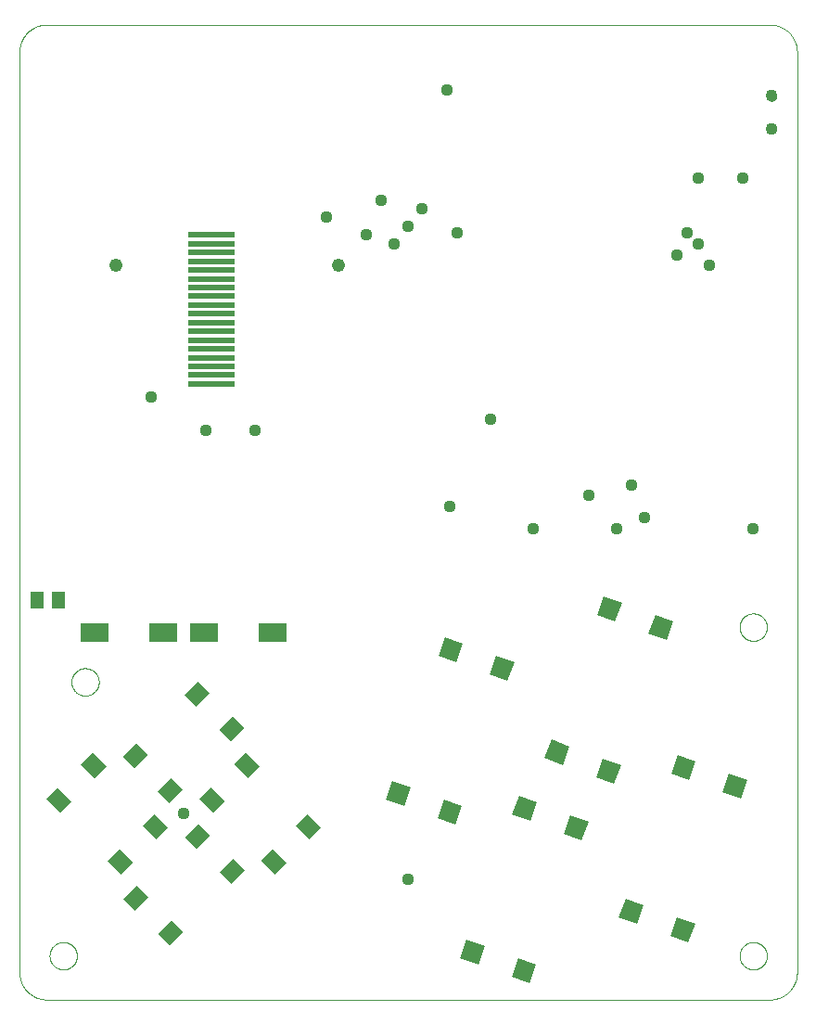
<source format=gts>
G75*
%MOIN*%
%OFA0B0*%
%FSLAX25Y25*%
%IPPOS*%
%LPD*%
%AMOC8*
5,1,8,0,0,1.08239X$1,22.5*
%
%ADD10C,0.00000*%
%ADD11C,0.00039*%
%ADD12R,0.05131X0.06312*%
%ADD13R,0.16548X0.02375*%
%ADD14R,0.07099X0.06902*%
%ADD15R,0.09855X0.07099*%
%ADD16C,0.04343*%
%ADD17R,0.05918X0.06902*%
%ADD18C,0.04369*%
%ADD19C,0.04762*%
D10*
X0003248Y0011343D02*
X0003248Y0342051D01*
X0003251Y0342289D01*
X0003259Y0342527D01*
X0003274Y0342764D01*
X0003294Y0343001D01*
X0003320Y0343237D01*
X0003351Y0343473D01*
X0003388Y0343708D01*
X0003431Y0343942D01*
X0003480Y0344175D01*
X0003534Y0344407D01*
X0003594Y0344637D01*
X0003659Y0344866D01*
X0003730Y0345093D01*
X0003806Y0345318D01*
X0003888Y0345541D01*
X0003975Y0345763D01*
X0004067Y0345982D01*
X0004165Y0346199D01*
X0004267Y0346413D01*
X0004375Y0346625D01*
X0004489Y0346835D01*
X0004607Y0347041D01*
X0004730Y0347245D01*
X0004858Y0347445D01*
X0004990Y0347642D01*
X0005128Y0347837D01*
X0005270Y0348027D01*
X0005417Y0348215D01*
X0005568Y0348398D01*
X0005723Y0348578D01*
X0005883Y0348754D01*
X0006047Y0348926D01*
X0006216Y0349095D01*
X0006388Y0349259D01*
X0006564Y0349419D01*
X0006744Y0349574D01*
X0006927Y0349725D01*
X0007115Y0349872D01*
X0007305Y0350014D01*
X0007500Y0350152D01*
X0007697Y0350284D01*
X0007897Y0350412D01*
X0008101Y0350535D01*
X0008307Y0350653D01*
X0008517Y0350767D01*
X0008729Y0350875D01*
X0008943Y0350977D01*
X0009160Y0351075D01*
X0009379Y0351167D01*
X0009601Y0351254D01*
X0009824Y0351336D01*
X0010049Y0351412D01*
X0010276Y0351483D01*
X0010505Y0351548D01*
X0010735Y0351608D01*
X0010967Y0351662D01*
X0011200Y0351711D01*
X0011434Y0351754D01*
X0011669Y0351791D01*
X0011905Y0351822D01*
X0012141Y0351848D01*
X0012378Y0351868D01*
X0012615Y0351883D01*
X0012853Y0351891D01*
X0013091Y0351894D01*
X0272933Y0351894D01*
X0273171Y0351891D01*
X0273409Y0351883D01*
X0273646Y0351868D01*
X0273883Y0351848D01*
X0274119Y0351822D01*
X0274355Y0351791D01*
X0274590Y0351754D01*
X0274824Y0351711D01*
X0275057Y0351662D01*
X0275289Y0351608D01*
X0275519Y0351548D01*
X0275748Y0351483D01*
X0275975Y0351412D01*
X0276200Y0351336D01*
X0276423Y0351254D01*
X0276645Y0351167D01*
X0276864Y0351075D01*
X0277081Y0350977D01*
X0277295Y0350875D01*
X0277507Y0350767D01*
X0277717Y0350653D01*
X0277923Y0350535D01*
X0278127Y0350412D01*
X0278327Y0350284D01*
X0278524Y0350152D01*
X0278719Y0350014D01*
X0278909Y0349872D01*
X0279097Y0349725D01*
X0279280Y0349574D01*
X0279460Y0349419D01*
X0279636Y0349259D01*
X0279808Y0349095D01*
X0279977Y0348926D01*
X0280141Y0348754D01*
X0280301Y0348578D01*
X0280456Y0348398D01*
X0280607Y0348215D01*
X0280754Y0348027D01*
X0280896Y0347837D01*
X0281034Y0347642D01*
X0281166Y0347445D01*
X0281294Y0347245D01*
X0281417Y0347041D01*
X0281535Y0346835D01*
X0281649Y0346625D01*
X0281757Y0346413D01*
X0281859Y0346199D01*
X0281957Y0345982D01*
X0282049Y0345763D01*
X0282136Y0345541D01*
X0282218Y0345318D01*
X0282294Y0345093D01*
X0282365Y0344866D01*
X0282430Y0344637D01*
X0282490Y0344407D01*
X0282544Y0344175D01*
X0282593Y0343942D01*
X0282636Y0343708D01*
X0282673Y0343473D01*
X0282704Y0343237D01*
X0282730Y0343001D01*
X0282750Y0342764D01*
X0282765Y0342527D01*
X0282773Y0342289D01*
X0282776Y0342051D01*
X0282776Y0011343D01*
X0282773Y0011105D01*
X0282765Y0010867D01*
X0282750Y0010630D01*
X0282730Y0010393D01*
X0282704Y0010157D01*
X0282673Y0009921D01*
X0282636Y0009686D01*
X0282593Y0009452D01*
X0282544Y0009219D01*
X0282490Y0008987D01*
X0282430Y0008757D01*
X0282365Y0008528D01*
X0282294Y0008301D01*
X0282218Y0008076D01*
X0282136Y0007853D01*
X0282049Y0007631D01*
X0281957Y0007412D01*
X0281859Y0007195D01*
X0281757Y0006981D01*
X0281649Y0006769D01*
X0281535Y0006559D01*
X0281417Y0006353D01*
X0281294Y0006149D01*
X0281166Y0005949D01*
X0281034Y0005752D01*
X0280896Y0005557D01*
X0280754Y0005367D01*
X0280607Y0005179D01*
X0280456Y0004996D01*
X0280301Y0004816D01*
X0280141Y0004640D01*
X0279977Y0004468D01*
X0279808Y0004299D01*
X0279636Y0004135D01*
X0279460Y0003975D01*
X0279280Y0003820D01*
X0279097Y0003669D01*
X0278909Y0003522D01*
X0278719Y0003380D01*
X0278524Y0003242D01*
X0278327Y0003110D01*
X0278127Y0002982D01*
X0277923Y0002859D01*
X0277717Y0002741D01*
X0277507Y0002627D01*
X0277295Y0002519D01*
X0277081Y0002417D01*
X0276864Y0002319D01*
X0276645Y0002227D01*
X0276423Y0002140D01*
X0276200Y0002058D01*
X0275975Y0001982D01*
X0275748Y0001911D01*
X0275519Y0001846D01*
X0275289Y0001786D01*
X0275057Y0001732D01*
X0274824Y0001683D01*
X0274590Y0001640D01*
X0274355Y0001603D01*
X0274119Y0001572D01*
X0273883Y0001546D01*
X0273646Y0001526D01*
X0273409Y0001511D01*
X0273171Y0001503D01*
X0272933Y0001500D01*
X0013091Y0001500D01*
X0012853Y0001503D01*
X0012615Y0001511D01*
X0012378Y0001526D01*
X0012141Y0001546D01*
X0011905Y0001572D01*
X0011669Y0001603D01*
X0011434Y0001640D01*
X0011200Y0001683D01*
X0010967Y0001732D01*
X0010735Y0001786D01*
X0010505Y0001846D01*
X0010276Y0001911D01*
X0010049Y0001982D01*
X0009824Y0002058D01*
X0009601Y0002140D01*
X0009379Y0002227D01*
X0009160Y0002319D01*
X0008943Y0002417D01*
X0008729Y0002519D01*
X0008517Y0002627D01*
X0008307Y0002741D01*
X0008101Y0002859D01*
X0007897Y0002982D01*
X0007697Y0003110D01*
X0007500Y0003242D01*
X0007305Y0003380D01*
X0007115Y0003522D01*
X0006927Y0003669D01*
X0006744Y0003820D01*
X0006564Y0003975D01*
X0006388Y0004135D01*
X0006216Y0004299D01*
X0006047Y0004468D01*
X0005883Y0004640D01*
X0005723Y0004816D01*
X0005568Y0004996D01*
X0005417Y0005179D01*
X0005270Y0005367D01*
X0005128Y0005557D01*
X0004990Y0005752D01*
X0004858Y0005949D01*
X0004730Y0006149D01*
X0004607Y0006353D01*
X0004489Y0006559D01*
X0004375Y0006769D01*
X0004267Y0006981D01*
X0004165Y0007195D01*
X0004067Y0007412D01*
X0003975Y0007631D01*
X0003888Y0007853D01*
X0003806Y0008076D01*
X0003730Y0008301D01*
X0003659Y0008528D01*
X0003594Y0008757D01*
X0003534Y0008987D01*
X0003480Y0009219D01*
X0003431Y0009452D01*
X0003388Y0009686D01*
X0003351Y0009921D01*
X0003320Y0010157D01*
X0003294Y0010393D01*
X0003274Y0010630D01*
X0003259Y0010867D01*
X0003251Y0011105D01*
X0003248Y0011343D01*
X0271752Y0314492D02*
X0271754Y0314576D01*
X0271760Y0314659D01*
X0271770Y0314742D01*
X0271784Y0314825D01*
X0271801Y0314907D01*
X0271823Y0314988D01*
X0271848Y0315067D01*
X0271877Y0315146D01*
X0271910Y0315223D01*
X0271946Y0315298D01*
X0271986Y0315372D01*
X0272029Y0315444D01*
X0272076Y0315513D01*
X0272126Y0315580D01*
X0272179Y0315645D01*
X0272235Y0315707D01*
X0272293Y0315767D01*
X0272355Y0315824D01*
X0272419Y0315877D01*
X0272486Y0315928D01*
X0272555Y0315975D01*
X0272626Y0316020D01*
X0272699Y0316060D01*
X0272774Y0316097D01*
X0272851Y0316131D01*
X0272929Y0316161D01*
X0273008Y0316187D01*
X0273089Y0316210D01*
X0273171Y0316228D01*
X0273253Y0316243D01*
X0273336Y0316254D01*
X0273419Y0316261D01*
X0273503Y0316264D01*
X0273587Y0316263D01*
X0273670Y0316258D01*
X0273754Y0316249D01*
X0273836Y0316236D01*
X0273918Y0316220D01*
X0273999Y0316199D01*
X0274080Y0316175D01*
X0274158Y0316147D01*
X0274236Y0316115D01*
X0274312Y0316079D01*
X0274386Y0316040D01*
X0274458Y0315998D01*
X0274528Y0315952D01*
X0274596Y0315903D01*
X0274661Y0315851D01*
X0274724Y0315796D01*
X0274784Y0315738D01*
X0274842Y0315677D01*
X0274896Y0315613D01*
X0274948Y0315547D01*
X0274996Y0315479D01*
X0275041Y0315408D01*
X0275082Y0315335D01*
X0275121Y0315261D01*
X0275155Y0315185D01*
X0275186Y0315107D01*
X0275213Y0315028D01*
X0275237Y0314947D01*
X0275256Y0314866D01*
X0275272Y0314784D01*
X0275284Y0314701D01*
X0275292Y0314617D01*
X0275296Y0314534D01*
X0275296Y0314450D01*
X0275292Y0314367D01*
X0275284Y0314283D01*
X0275272Y0314200D01*
X0275256Y0314118D01*
X0275237Y0314037D01*
X0275213Y0313956D01*
X0275186Y0313877D01*
X0275155Y0313799D01*
X0275121Y0313723D01*
X0275082Y0313649D01*
X0275041Y0313576D01*
X0274996Y0313505D01*
X0274948Y0313437D01*
X0274896Y0313371D01*
X0274842Y0313307D01*
X0274784Y0313246D01*
X0274724Y0313188D01*
X0274661Y0313133D01*
X0274596Y0313081D01*
X0274528Y0313032D01*
X0274458Y0312986D01*
X0274386Y0312944D01*
X0274312Y0312905D01*
X0274236Y0312869D01*
X0274158Y0312837D01*
X0274080Y0312809D01*
X0273999Y0312785D01*
X0273918Y0312764D01*
X0273836Y0312748D01*
X0273754Y0312735D01*
X0273670Y0312726D01*
X0273587Y0312721D01*
X0273503Y0312720D01*
X0273419Y0312723D01*
X0273336Y0312730D01*
X0273253Y0312741D01*
X0273171Y0312756D01*
X0273089Y0312774D01*
X0273008Y0312797D01*
X0272929Y0312823D01*
X0272851Y0312853D01*
X0272774Y0312887D01*
X0272699Y0312924D01*
X0272626Y0312964D01*
X0272555Y0313009D01*
X0272486Y0313056D01*
X0272419Y0313107D01*
X0272355Y0313160D01*
X0272293Y0313217D01*
X0272235Y0313277D01*
X0272179Y0313339D01*
X0272126Y0313404D01*
X0272076Y0313471D01*
X0272029Y0313540D01*
X0271986Y0313612D01*
X0271946Y0313686D01*
X0271910Y0313761D01*
X0271877Y0313838D01*
X0271848Y0313917D01*
X0271823Y0313996D01*
X0271801Y0314077D01*
X0271784Y0314159D01*
X0271770Y0314242D01*
X0271760Y0314325D01*
X0271754Y0314408D01*
X0271752Y0314492D01*
X0271752Y0326303D02*
X0271754Y0326387D01*
X0271760Y0326470D01*
X0271770Y0326553D01*
X0271784Y0326636D01*
X0271801Y0326718D01*
X0271823Y0326799D01*
X0271848Y0326878D01*
X0271877Y0326957D01*
X0271910Y0327034D01*
X0271946Y0327109D01*
X0271986Y0327183D01*
X0272029Y0327255D01*
X0272076Y0327324D01*
X0272126Y0327391D01*
X0272179Y0327456D01*
X0272235Y0327518D01*
X0272293Y0327578D01*
X0272355Y0327635D01*
X0272419Y0327688D01*
X0272486Y0327739D01*
X0272555Y0327786D01*
X0272626Y0327831D01*
X0272699Y0327871D01*
X0272774Y0327908D01*
X0272851Y0327942D01*
X0272929Y0327972D01*
X0273008Y0327998D01*
X0273089Y0328021D01*
X0273171Y0328039D01*
X0273253Y0328054D01*
X0273336Y0328065D01*
X0273419Y0328072D01*
X0273503Y0328075D01*
X0273587Y0328074D01*
X0273670Y0328069D01*
X0273754Y0328060D01*
X0273836Y0328047D01*
X0273918Y0328031D01*
X0273999Y0328010D01*
X0274080Y0327986D01*
X0274158Y0327958D01*
X0274236Y0327926D01*
X0274312Y0327890D01*
X0274386Y0327851D01*
X0274458Y0327809D01*
X0274528Y0327763D01*
X0274596Y0327714D01*
X0274661Y0327662D01*
X0274724Y0327607D01*
X0274784Y0327549D01*
X0274842Y0327488D01*
X0274896Y0327424D01*
X0274948Y0327358D01*
X0274996Y0327290D01*
X0275041Y0327219D01*
X0275082Y0327146D01*
X0275121Y0327072D01*
X0275155Y0326996D01*
X0275186Y0326918D01*
X0275213Y0326839D01*
X0275237Y0326758D01*
X0275256Y0326677D01*
X0275272Y0326595D01*
X0275284Y0326512D01*
X0275292Y0326428D01*
X0275296Y0326345D01*
X0275296Y0326261D01*
X0275292Y0326178D01*
X0275284Y0326094D01*
X0275272Y0326011D01*
X0275256Y0325929D01*
X0275237Y0325848D01*
X0275213Y0325767D01*
X0275186Y0325688D01*
X0275155Y0325610D01*
X0275121Y0325534D01*
X0275082Y0325460D01*
X0275041Y0325387D01*
X0274996Y0325316D01*
X0274948Y0325248D01*
X0274896Y0325182D01*
X0274842Y0325118D01*
X0274784Y0325057D01*
X0274724Y0324999D01*
X0274661Y0324944D01*
X0274596Y0324892D01*
X0274528Y0324843D01*
X0274458Y0324797D01*
X0274386Y0324755D01*
X0274312Y0324716D01*
X0274236Y0324680D01*
X0274158Y0324648D01*
X0274080Y0324620D01*
X0273999Y0324596D01*
X0273918Y0324575D01*
X0273836Y0324559D01*
X0273754Y0324546D01*
X0273670Y0324537D01*
X0273587Y0324532D01*
X0273503Y0324531D01*
X0273419Y0324534D01*
X0273336Y0324541D01*
X0273253Y0324552D01*
X0273171Y0324567D01*
X0273089Y0324585D01*
X0273008Y0324608D01*
X0272929Y0324634D01*
X0272851Y0324664D01*
X0272774Y0324698D01*
X0272699Y0324735D01*
X0272626Y0324775D01*
X0272555Y0324820D01*
X0272486Y0324867D01*
X0272419Y0324918D01*
X0272355Y0324971D01*
X0272293Y0325028D01*
X0272235Y0325088D01*
X0272179Y0325150D01*
X0272126Y0325215D01*
X0272076Y0325282D01*
X0272029Y0325351D01*
X0271986Y0325423D01*
X0271946Y0325497D01*
X0271910Y0325572D01*
X0271877Y0325649D01*
X0271848Y0325728D01*
X0271823Y0325807D01*
X0271801Y0325888D01*
X0271784Y0325970D01*
X0271770Y0326053D01*
X0271760Y0326136D01*
X0271754Y0326219D01*
X0271752Y0326303D01*
D11*
X0262107Y0135358D02*
X0262109Y0135498D01*
X0262115Y0135638D01*
X0262125Y0135777D01*
X0262139Y0135916D01*
X0262157Y0136055D01*
X0262178Y0136193D01*
X0262204Y0136331D01*
X0262234Y0136468D01*
X0262267Y0136603D01*
X0262305Y0136738D01*
X0262346Y0136872D01*
X0262391Y0137005D01*
X0262439Y0137136D01*
X0262492Y0137265D01*
X0262548Y0137394D01*
X0262607Y0137520D01*
X0262671Y0137645D01*
X0262737Y0137768D01*
X0262808Y0137889D01*
X0262881Y0138008D01*
X0262958Y0138125D01*
X0263039Y0138239D01*
X0263122Y0138351D01*
X0263209Y0138461D01*
X0263299Y0138569D01*
X0263391Y0138673D01*
X0263487Y0138775D01*
X0263586Y0138875D01*
X0263687Y0138971D01*
X0263791Y0139065D01*
X0263898Y0139155D01*
X0264007Y0139242D01*
X0264119Y0139327D01*
X0264233Y0139408D01*
X0264349Y0139486D01*
X0264467Y0139560D01*
X0264588Y0139631D01*
X0264710Y0139699D01*
X0264835Y0139763D01*
X0264961Y0139824D01*
X0265088Y0139881D01*
X0265218Y0139934D01*
X0265349Y0139984D01*
X0265481Y0140029D01*
X0265614Y0140072D01*
X0265749Y0140110D01*
X0265884Y0140144D01*
X0266021Y0140175D01*
X0266158Y0140202D01*
X0266296Y0140224D01*
X0266435Y0140243D01*
X0266574Y0140258D01*
X0266713Y0140269D01*
X0266853Y0140276D01*
X0266993Y0140279D01*
X0267133Y0140278D01*
X0267273Y0140273D01*
X0267412Y0140264D01*
X0267552Y0140251D01*
X0267691Y0140234D01*
X0267829Y0140213D01*
X0267967Y0140189D01*
X0268104Y0140160D01*
X0268240Y0140128D01*
X0268375Y0140091D01*
X0268509Y0140051D01*
X0268642Y0140007D01*
X0268773Y0139959D01*
X0268903Y0139908D01*
X0269032Y0139853D01*
X0269159Y0139794D01*
X0269284Y0139731D01*
X0269407Y0139666D01*
X0269529Y0139596D01*
X0269648Y0139523D01*
X0269766Y0139447D01*
X0269881Y0139368D01*
X0269994Y0139285D01*
X0270104Y0139199D01*
X0270212Y0139110D01*
X0270317Y0139018D01*
X0270420Y0138923D01*
X0270520Y0138825D01*
X0270617Y0138725D01*
X0270711Y0138621D01*
X0270803Y0138515D01*
X0270891Y0138407D01*
X0270976Y0138296D01*
X0271058Y0138182D01*
X0271137Y0138066D01*
X0271212Y0137949D01*
X0271284Y0137829D01*
X0271352Y0137707D01*
X0271417Y0137583D01*
X0271479Y0137457D01*
X0271537Y0137330D01*
X0271591Y0137201D01*
X0271642Y0137070D01*
X0271688Y0136938D01*
X0271731Y0136805D01*
X0271771Y0136671D01*
X0271806Y0136536D01*
X0271838Y0136399D01*
X0271865Y0136262D01*
X0271889Y0136124D01*
X0271909Y0135986D01*
X0271925Y0135847D01*
X0271937Y0135707D01*
X0271945Y0135568D01*
X0271949Y0135428D01*
X0271949Y0135288D01*
X0271945Y0135148D01*
X0271937Y0135009D01*
X0271925Y0134869D01*
X0271909Y0134730D01*
X0271889Y0134592D01*
X0271865Y0134454D01*
X0271838Y0134317D01*
X0271806Y0134180D01*
X0271771Y0134045D01*
X0271731Y0133911D01*
X0271688Y0133778D01*
X0271642Y0133646D01*
X0271591Y0133515D01*
X0271537Y0133386D01*
X0271479Y0133259D01*
X0271417Y0133133D01*
X0271352Y0133009D01*
X0271284Y0132887D01*
X0271212Y0132767D01*
X0271137Y0132650D01*
X0271058Y0132534D01*
X0270976Y0132420D01*
X0270891Y0132309D01*
X0270803Y0132201D01*
X0270711Y0132095D01*
X0270617Y0131991D01*
X0270520Y0131891D01*
X0270420Y0131793D01*
X0270317Y0131698D01*
X0270212Y0131606D01*
X0270104Y0131517D01*
X0269994Y0131431D01*
X0269881Y0131348D01*
X0269766Y0131269D01*
X0269648Y0131193D01*
X0269529Y0131120D01*
X0269407Y0131050D01*
X0269284Y0130985D01*
X0269159Y0130922D01*
X0269032Y0130863D01*
X0268903Y0130808D01*
X0268773Y0130757D01*
X0268642Y0130709D01*
X0268509Y0130665D01*
X0268375Y0130625D01*
X0268240Y0130588D01*
X0268104Y0130556D01*
X0267967Y0130527D01*
X0267829Y0130503D01*
X0267691Y0130482D01*
X0267552Y0130465D01*
X0267412Y0130452D01*
X0267273Y0130443D01*
X0267133Y0130438D01*
X0266993Y0130437D01*
X0266853Y0130440D01*
X0266713Y0130447D01*
X0266574Y0130458D01*
X0266435Y0130473D01*
X0266296Y0130492D01*
X0266158Y0130514D01*
X0266021Y0130541D01*
X0265884Y0130572D01*
X0265749Y0130606D01*
X0265614Y0130644D01*
X0265481Y0130687D01*
X0265349Y0130732D01*
X0265218Y0130782D01*
X0265088Y0130835D01*
X0264961Y0130892D01*
X0264835Y0130953D01*
X0264710Y0131017D01*
X0264588Y0131085D01*
X0264467Y0131156D01*
X0264349Y0131230D01*
X0264233Y0131308D01*
X0264119Y0131389D01*
X0264007Y0131474D01*
X0263898Y0131561D01*
X0263791Y0131651D01*
X0263687Y0131745D01*
X0263586Y0131841D01*
X0263487Y0131941D01*
X0263391Y0132043D01*
X0263299Y0132147D01*
X0263209Y0132255D01*
X0263122Y0132365D01*
X0263039Y0132477D01*
X0262958Y0132591D01*
X0262881Y0132708D01*
X0262808Y0132827D01*
X0262737Y0132948D01*
X0262671Y0133071D01*
X0262607Y0133196D01*
X0262548Y0133322D01*
X0262492Y0133451D01*
X0262439Y0133580D01*
X0262391Y0133711D01*
X0262346Y0133844D01*
X0262305Y0133978D01*
X0262267Y0134113D01*
X0262234Y0134248D01*
X0262204Y0134385D01*
X0262178Y0134523D01*
X0262157Y0134661D01*
X0262139Y0134800D01*
X0262125Y0134939D01*
X0262115Y0135078D01*
X0262109Y0135218D01*
X0262107Y0135358D01*
X0262107Y0017248D02*
X0262109Y0017388D01*
X0262115Y0017528D01*
X0262125Y0017667D01*
X0262139Y0017806D01*
X0262157Y0017945D01*
X0262178Y0018083D01*
X0262204Y0018221D01*
X0262234Y0018358D01*
X0262267Y0018493D01*
X0262305Y0018628D01*
X0262346Y0018762D01*
X0262391Y0018895D01*
X0262439Y0019026D01*
X0262492Y0019155D01*
X0262548Y0019284D01*
X0262607Y0019410D01*
X0262671Y0019535D01*
X0262737Y0019658D01*
X0262808Y0019779D01*
X0262881Y0019898D01*
X0262958Y0020015D01*
X0263039Y0020129D01*
X0263122Y0020241D01*
X0263209Y0020351D01*
X0263299Y0020459D01*
X0263391Y0020563D01*
X0263487Y0020665D01*
X0263586Y0020765D01*
X0263687Y0020861D01*
X0263791Y0020955D01*
X0263898Y0021045D01*
X0264007Y0021132D01*
X0264119Y0021217D01*
X0264233Y0021298D01*
X0264349Y0021376D01*
X0264467Y0021450D01*
X0264588Y0021521D01*
X0264710Y0021589D01*
X0264835Y0021653D01*
X0264961Y0021714D01*
X0265088Y0021771D01*
X0265218Y0021824D01*
X0265349Y0021874D01*
X0265481Y0021919D01*
X0265614Y0021962D01*
X0265749Y0022000D01*
X0265884Y0022034D01*
X0266021Y0022065D01*
X0266158Y0022092D01*
X0266296Y0022114D01*
X0266435Y0022133D01*
X0266574Y0022148D01*
X0266713Y0022159D01*
X0266853Y0022166D01*
X0266993Y0022169D01*
X0267133Y0022168D01*
X0267273Y0022163D01*
X0267412Y0022154D01*
X0267552Y0022141D01*
X0267691Y0022124D01*
X0267829Y0022103D01*
X0267967Y0022079D01*
X0268104Y0022050D01*
X0268240Y0022018D01*
X0268375Y0021981D01*
X0268509Y0021941D01*
X0268642Y0021897D01*
X0268773Y0021849D01*
X0268903Y0021798D01*
X0269032Y0021743D01*
X0269159Y0021684D01*
X0269284Y0021621D01*
X0269407Y0021556D01*
X0269529Y0021486D01*
X0269648Y0021413D01*
X0269766Y0021337D01*
X0269881Y0021258D01*
X0269994Y0021175D01*
X0270104Y0021089D01*
X0270212Y0021000D01*
X0270317Y0020908D01*
X0270420Y0020813D01*
X0270520Y0020715D01*
X0270617Y0020615D01*
X0270711Y0020511D01*
X0270803Y0020405D01*
X0270891Y0020297D01*
X0270976Y0020186D01*
X0271058Y0020072D01*
X0271137Y0019956D01*
X0271212Y0019839D01*
X0271284Y0019719D01*
X0271352Y0019597D01*
X0271417Y0019473D01*
X0271479Y0019347D01*
X0271537Y0019220D01*
X0271591Y0019091D01*
X0271642Y0018960D01*
X0271688Y0018828D01*
X0271731Y0018695D01*
X0271771Y0018561D01*
X0271806Y0018426D01*
X0271838Y0018289D01*
X0271865Y0018152D01*
X0271889Y0018014D01*
X0271909Y0017876D01*
X0271925Y0017737D01*
X0271937Y0017597D01*
X0271945Y0017458D01*
X0271949Y0017318D01*
X0271949Y0017178D01*
X0271945Y0017038D01*
X0271937Y0016899D01*
X0271925Y0016759D01*
X0271909Y0016620D01*
X0271889Y0016482D01*
X0271865Y0016344D01*
X0271838Y0016207D01*
X0271806Y0016070D01*
X0271771Y0015935D01*
X0271731Y0015801D01*
X0271688Y0015668D01*
X0271642Y0015536D01*
X0271591Y0015405D01*
X0271537Y0015276D01*
X0271479Y0015149D01*
X0271417Y0015023D01*
X0271352Y0014899D01*
X0271284Y0014777D01*
X0271212Y0014657D01*
X0271137Y0014540D01*
X0271058Y0014424D01*
X0270976Y0014310D01*
X0270891Y0014199D01*
X0270803Y0014091D01*
X0270711Y0013985D01*
X0270617Y0013881D01*
X0270520Y0013781D01*
X0270420Y0013683D01*
X0270317Y0013588D01*
X0270212Y0013496D01*
X0270104Y0013407D01*
X0269994Y0013321D01*
X0269881Y0013238D01*
X0269766Y0013159D01*
X0269648Y0013083D01*
X0269529Y0013010D01*
X0269407Y0012940D01*
X0269284Y0012875D01*
X0269159Y0012812D01*
X0269032Y0012753D01*
X0268903Y0012698D01*
X0268773Y0012647D01*
X0268642Y0012599D01*
X0268509Y0012555D01*
X0268375Y0012515D01*
X0268240Y0012478D01*
X0268104Y0012446D01*
X0267967Y0012417D01*
X0267829Y0012393D01*
X0267691Y0012372D01*
X0267552Y0012355D01*
X0267412Y0012342D01*
X0267273Y0012333D01*
X0267133Y0012328D01*
X0266993Y0012327D01*
X0266853Y0012330D01*
X0266713Y0012337D01*
X0266574Y0012348D01*
X0266435Y0012363D01*
X0266296Y0012382D01*
X0266158Y0012404D01*
X0266021Y0012431D01*
X0265884Y0012462D01*
X0265749Y0012496D01*
X0265614Y0012534D01*
X0265481Y0012577D01*
X0265349Y0012622D01*
X0265218Y0012672D01*
X0265088Y0012725D01*
X0264961Y0012782D01*
X0264835Y0012843D01*
X0264710Y0012907D01*
X0264588Y0012975D01*
X0264467Y0013046D01*
X0264349Y0013120D01*
X0264233Y0013198D01*
X0264119Y0013279D01*
X0264007Y0013364D01*
X0263898Y0013451D01*
X0263791Y0013541D01*
X0263687Y0013635D01*
X0263586Y0013731D01*
X0263487Y0013831D01*
X0263391Y0013933D01*
X0263299Y0014037D01*
X0263209Y0014145D01*
X0263122Y0014255D01*
X0263039Y0014367D01*
X0262958Y0014481D01*
X0262881Y0014598D01*
X0262808Y0014717D01*
X0262737Y0014838D01*
X0262671Y0014961D01*
X0262607Y0015086D01*
X0262548Y0015212D01*
X0262492Y0015341D01*
X0262439Y0015470D01*
X0262391Y0015601D01*
X0262346Y0015734D01*
X0262305Y0015868D01*
X0262267Y0016003D01*
X0262234Y0016138D01*
X0262204Y0016275D01*
X0262178Y0016413D01*
X0262157Y0016551D01*
X0262139Y0016690D01*
X0262125Y0016829D01*
X0262115Y0016968D01*
X0262109Y0017108D01*
X0262107Y0017248D01*
X0021949Y0115673D02*
X0021951Y0115813D01*
X0021957Y0115953D01*
X0021967Y0116092D01*
X0021981Y0116231D01*
X0021999Y0116370D01*
X0022020Y0116508D01*
X0022046Y0116646D01*
X0022076Y0116783D01*
X0022109Y0116918D01*
X0022147Y0117053D01*
X0022188Y0117187D01*
X0022233Y0117320D01*
X0022281Y0117451D01*
X0022334Y0117580D01*
X0022390Y0117709D01*
X0022449Y0117835D01*
X0022513Y0117960D01*
X0022579Y0118083D01*
X0022650Y0118204D01*
X0022723Y0118323D01*
X0022800Y0118440D01*
X0022881Y0118554D01*
X0022964Y0118666D01*
X0023051Y0118776D01*
X0023141Y0118884D01*
X0023233Y0118988D01*
X0023329Y0119090D01*
X0023428Y0119190D01*
X0023529Y0119286D01*
X0023633Y0119380D01*
X0023740Y0119470D01*
X0023849Y0119557D01*
X0023961Y0119642D01*
X0024075Y0119723D01*
X0024191Y0119801D01*
X0024309Y0119875D01*
X0024430Y0119946D01*
X0024552Y0120014D01*
X0024677Y0120078D01*
X0024803Y0120139D01*
X0024930Y0120196D01*
X0025060Y0120249D01*
X0025191Y0120299D01*
X0025323Y0120344D01*
X0025456Y0120387D01*
X0025591Y0120425D01*
X0025726Y0120459D01*
X0025863Y0120490D01*
X0026000Y0120517D01*
X0026138Y0120539D01*
X0026277Y0120558D01*
X0026416Y0120573D01*
X0026555Y0120584D01*
X0026695Y0120591D01*
X0026835Y0120594D01*
X0026975Y0120593D01*
X0027115Y0120588D01*
X0027254Y0120579D01*
X0027394Y0120566D01*
X0027533Y0120549D01*
X0027671Y0120528D01*
X0027809Y0120504D01*
X0027946Y0120475D01*
X0028082Y0120443D01*
X0028217Y0120406D01*
X0028351Y0120366D01*
X0028484Y0120322D01*
X0028615Y0120274D01*
X0028745Y0120223D01*
X0028874Y0120168D01*
X0029001Y0120109D01*
X0029126Y0120046D01*
X0029249Y0119981D01*
X0029371Y0119911D01*
X0029490Y0119838D01*
X0029608Y0119762D01*
X0029723Y0119683D01*
X0029836Y0119600D01*
X0029946Y0119514D01*
X0030054Y0119425D01*
X0030159Y0119333D01*
X0030262Y0119238D01*
X0030362Y0119140D01*
X0030459Y0119040D01*
X0030553Y0118936D01*
X0030645Y0118830D01*
X0030733Y0118722D01*
X0030818Y0118611D01*
X0030900Y0118497D01*
X0030979Y0118381D01*
X0031054Y0118264D01*
X0031126Y0118144D01*
X0031194Y0118022D01*
X0031259Y0117898D01*
X0031321Y0117772D01*
X0031379Y0117645D01*
X0031433Y0117516D01*
X0031484Y0117385D01*
X0031530Y0117253D01*
X0031573Y0117120D01*
X0031613Y0116986D01*
X0031648Y0116851D01*
X0031680Y0116714D01*
X0031707Y0116577D01*
X0031731Y0116439D01*
X0031751Y0116301D01*
X0031767Y0116162D01*
X0031779Y0116022D01*
X0031787Y0115883D01*
X0031791Y0115743D01*
X0031791Y0115603D01*
X0031787Y0115463D01*
X0031779Y0115324D01*
X0031767Y0115184D01*
X0031751Y0115045D01*
X0031731Y0114907D01*
X0031707Y0114769D01*
X0031680Y0114632D01*
X0031648Y0114495D01*
X0031613Y0114360D01*
X0031573Y0114226D01*
X0031530Y0114093D01*
X0031484Y0113961D01*
X0031433Y0113830D01*
X0031379Y0113701D01*
X0031321Y0113574D01*
X0031259Y0113448D01*
X0031194Y0113324D01*
X0031126Y0113202D01*
X0031054Y0113082D01*
X0030979Y0112965D01*
X0030900Y0112849D01*
X0030818Y0112735D01*
X0030733Y0112624D01*
X0030645Y0112516D01*
X0030553Y0112410D01*
X0030459Y0112306D01*
X0030362Y0112206D01*
X0030262Y0112108D01*
X0030159Y0112013D01*
X0030054Y0111921D01*
X0029946Y0111832D01*
X0029836Y0111746D01*
X0029723Y0111663D01*
X0029608Y0111584D01*
X0029490Y0111508D01*
X0029371Y0111435D01*
X0029249Y0111365D01*
X0029126Y0111300D01*
X0029001Y0111237D01*
X0028874Y0111178D01*
X0028745Y0111123D01*
X0028615Y0111072D01*
X0028484Y0111024D01*
X0028351Y0110980D01*
X0028217Y0110940D01*
X0028082Y0110903D01*
X0027946Y0110871D01*
X0027809Y0110842D01*
X0027671Y0110818D01*
X0027533Y0110797D01*
X0027394Y0110780D01*
X0027254Y0110767D01*
X0027115Y0110758D01*
X0026975Y0110753D01*
X0026835Y0110752D01*
X0026695Y0110755D01*
X0026555Y0110762D01*
X0026416Y0110773D01*
X0026277Y0110788D01*
X0026138Y0110807D01*
X0026000Y0110829D01*
X0025863Y0110856D01*
X0025726Y0110887D01*
X0025591Y0110921D01*
X0025456Y0110959D01*
X0025323Y0111002D01*
X0025191Y0111047D01*
X0025060Y0111097D01*
X0024930Y0111150D01*
X0024803Y0111207D01*
X0024677Y0111268D01*
X0024552Y0111332D01*
X0024430Y0111400D01*
X0024309Y0111471D01*
X0024191Y0111545D01*
X0024075Y0111623D01*
X0023961Y0111704D01*
X0023849Y0111789D01*
X0023740Y0111876D01*
X0023633Y0111966D01*
X0023529Y0112060D01*
X0023428Y0112156D01*
X0023329Y0112256D01*
X0023233Y0112358D01*
X0023141Y0112462D01*
X0023051Y0112570D01*
X0022964Y0112680D01*
X0022881Y0112792D01*
X0022800Y0112906D01*
X0022723Y0113023D01*
X0022650Y0113142D01*
X0022579Y0113263D01*
X0022513Y0113386D01*
X0022449Y0113511D01*
X0022390Y0113637D01*
X0022334Y0113766D01*
X0022281Y0113895D01*
X0022233Y0114026D01*
X0022188Y0114159D01*
X0022147Y0114293D01*
X0022109Y0114428D01*
X0022076Y0114563D01*
X0022046Y0114700D01*
X0022020Y0114838D01*
X0021999Y0114976D01*
X0021981Y0115115D01*
X0021967Y0115254D01*
X0021957Y0115393D01*
X0021951Y0115533D01*
X0021949Y0115673D01*
X0014075Y0017248D02*
X0014077Y0017388D01*
X0014083Y0017528D01*
X0014093Y0017667D01*
X0014107Y0017806D01*
X0014125Y0017945D01*
X0014146Y0018083D01*
X0014172Y0018221D01*
X0014202Y0018358D01*
X0014235Y0018493D01*
X0014273Y0018628D01*
X0014314Y0018762D01*
X0014359Y0018895D01*
X0014407Y0019026D01*
X0014460Y0019155D01*
X0014516Y0019284D01*
X0014575Y0019410D01*
X0014639Y0019535D01*
X0014705Y0019658D01*
X0014776Y0019779D01*
X0014849Y0019898D01*
X0014926Y0020015D01*
X0015007Y0020129D01*
X0015090Y0020241D01*
X0015177Y0020351D01*
X0015267Y0020459D01*
X0015359Y0020563D01*
X0015455Y0020665D01*
X0015554Y0020765D01*
X0015655Y0020861D01*
X0015759Y0020955D01*
X0015866Y0021045D01*
X0015975Y0021132D01*
X0016087Y0021217D01*
X0016201Y0021298D01*
X0016317Y0021376D01*
X0016435Y0021450D01*
X0016556Y0021521D01*
X0016678Y0021589D01*
X0016803Y0021653D01*
X0016929Y0021714D01*
X0017056Y0021771D01*
X0017186Y0021824D01*
X0017317Y0021874D01*
X0017449Y0021919D01*
X0017582Y0021962D01*
X0017717Y0022000D01*
X0017852Y0022034D01*
X0017989Y0022065D01*
X0018126Y0022092D01*
X0018264Y0022114D01*
X0018403Y0022133D01*
X0018542Y0022148D01*
X0018681Y0022159D01*
X0018821Y0022166D01*
X0018961Y0022169D01*
X0019101Y0022168D01*
X0019241Y0022163D01*
X0019380Y0022154D01*
X0019520Y0022141D01*
X0019659Y0022124D01*
X0019797Y0022103D01*
X0019935Y0022079D01*
X0020072Y0022050D01*
X0020208Y0022018D01*
X0020343Y0021981D01*
X0020477Y0021941D01*
X0020610Y0021897D01*
X0020741Y0021849D01*
X0020871Y0021798D01*
X0021000Y0021743D01*
X0021127Y0021684D01*
X0021252Y0021621D01*
X0021375Y0021556D01*
X0021497Y0021486D01*
X0021616Y0021413D01*
X0021734Y0021337D01*
X0021849Y0021258D01*
X0021962Y0021175D01*
X0022072Y0021089D01*
X0022180Y0021000D01*
X0022285Y0020908D01*
X0022388Y0020813D01*
X0022488Y0020715D01*
X0022585Y0020615D01*
X0022679Y0020511D01*
X0022771Y0020405D01*
X0022859Y0020297D01*
X0022944Y0020186D01*
X0023026Y0020072D01*
X0023105Y0019956D01*
X0023180Y0019839D01*
X0023252Y0019719D01*
X0023320Y0019597D01*
X0023385Y0019473D01*
X0023447Y0019347D01*
X0023505Y0019220D01*
X0023559Y0019091D01*
X0023610Y0018960D01*
X0023656Y0018828D01*
X0023699Y0018695D01*
X0023739Y0018561D01*
X0023774Y0018426D01*
X0023806Y0018289D01*
X0023833Y0018152D01*
X0023857Y0018014D01*
X0023877Y0017876D01*
X0023893Y0017737D01*
X0023905Y0017597D01*
X0023913Y0017458D01*
X0023917Y0017318D01*
X0023917Y0017178D01*
X0023913Y0017038D01*
X0023905Y0016899D01*
X0023893Y0016759D01*
X0023877Y0016620D01*
X0023857Y0016482D01*
X0023833Y0016344D01*
X0023806Y0016207D01*
X0023774Y0016070D01*
X0023739Y0015935D01*
X0023699Y0015801D01*
X0023656Y0015668D01*
X0023610Y0015536D01*
X0023559Y0015405D01*
X0023505Y0015276D01*
X0023447Y0015149D01*
X0023385Y0015023D01*
X0023320Y0014899D01*
X0023252Y0014777D01*
X0023180Y0014657D01*
X0023105Y0014540D01*
X0023026Y0014424D01*
X0022944Y0014310D01*
X0022859Y0014199D01*
X0022771Y0014091D01*
X0022679Y0013985D01*
X0022585Y0013881D01*
X0022488Y0013781D01*
X0022388Y0013683D01*
X0022285Y0013588D01*
X0022180Y0013496D01*
X0022072Y0013407D01*
X0021962Y0013321D01*
X0021849Y0013238D01*
X0021734Y0013159D01*
X0021616Y0013083D01*
X0021497Y0013010D01*
X0021375Y0012940D01*
X0021252Y0012875D01*
X0021127Y0012812D01*
X0021000Y0012753D01*
X0020871Y0012698D01*
X0020741Y0012647D01*
X0020610Y0012599D01*
X0020477Y0012555D01*
X0020343Y0012515D01*
X0020208Y0012478D01*
X0020072Y0012446D01*
X0019935Y0012417D01*
X0019797Y0012393D01*
X0019659Y0012372D01*
X0019520Y0012355D01*
X0019380Y0012342D01*
X0019241Y0012333D01*
X0019101Y0012328D01*
X0018961Y0012327D01*
X0018821Y0012330D01*
X0018681Y0012337D01*
X0018542Y0012348D01*
X0018403Y0012363D01*
X0018264Y0012382D01*
X0018126Y0012404D01*
X0017989Y0012431D01*
X0017852Y0012462D01*
X0017717Y0012496D01*
X0017582Y0012534D01*
X0017449Y0012577D01*
X0017317Y0012622D01*
X0017186Y0012672D01*
X0017056Y0012725D01*
X0016929Y0012782D01*
X0016803Y0012843D01*
X0016678Y0012907D01*
X0016556Y0012975D01*
X0016435Y0013046D01*
X0016317Y0013120D01*
X0016201Y0013198D01*
X0016087Y0013279D01*
X0015975Y0013364D01*
X0015866Y0013451D01*
X0015759Y0013541D01*
X0015655Y0013635D01*
X0015554Y0013731D01*
X0015455Y0013831D01*
X0015359Y0013933D01*
X0015267Y0014037D01*
X0015177Y0014145D01*
X0015090Y0014255D01*
X0015007Y0014367D01*
X0014926Y0014481D01*
X0014849Y0014598D01*
X0014776Y0014717D01*
X0014705Y0014838D01*
X0014639Y0014961D01*
X0014575Y0015086D01*
X0014516Y0015212D01*
X0014460Y0015341D01*
X0014407Y0015470D01*
X0014359Y0015601D01*
X0014314Y0015734D01*
X0014273Y0015868D01*
X0014235Y0016003D01*
X0014202Y0016138D01*
X0014172Y0016275D01*
X0014146Y0016413D01*
X0014125Y0016551D01*
X0014107Y0016690D01*
X0014093Y0016829D01*
X0014083Y0016968D01*
X0014077Y0017108D01*
X0014075Y0017248D01*
D12*
X0017421Y0145201D03*
X0009547Y0145201D03*
D13*
X0072146Y0222760D03*
X0072146Y0225909D03*
X0072146Y0229059D03*
X0072146Y0232209D03*
X0072146Y0235358D03*
X0072146Y0238508D03*
X0072146Y0241657D03*
X0072146Y0244807D03*
X0072146Y0247957D03*
X0072146Y0251106D03*
X0072146Y0254256D03*
X0072146Y0257406D03*
X0072146Y0260555D03*
X0072146Y0263705D03*
X0072146Y0266854D03*
X0072146Y0270004D03*
X0072146Y0273154D03*
X0072146Y0276303D03*
D14*
G36*
X0162685Y0129346D02*
X0160258Y0122677D01*
X0153773Y0125038D01*
X0156200Y0131707D01*
X0162685Y0129346D01*
G37*
G36*
X0181183Y0122613D02*
X0178756Y0115944D01*
X0172271Y0118305D01*
X0174698Y0124974D01*
X0181183Y0122613D01*
G37*
G36*
X0200992Y0092547D02*
X0198565Y0085878D01*
X0192080Y0088239D01*
X0194507Y0094908D01*
X0200992Y0092547D01*
G37*
G36*
X0219489Y0085815D02*
X0217062Y0079146D01*
X0210577Y0081507D01*
X0213004Y0088176D01*
X0219489Y0085815D01*
G37*
G36*
X0207805Y0065523D02*
X0205378Y0058854D01*
X0198893Y0061215D01*
X0201320Y0067884D01*
X0207805Y0065523D01*
G37*
G36*
X0189307Y0072256D02*
X0186880Y0065587D01*
X0180395Y0067948D01*
X0182822Y0074617D01*
X0189307Y0072256D01*
G37*
G36*
X0162399Y0071004D02*
X0159972Y0064335D01*
X0153487Y0066696D01*
X0155914Y0073365D01*
X0162399Y0071004D01*
G37*
G36*
X0143901Y0077737D02*
X0141474Y0071068D01*
X0134989Y0073429D01*
X0137416Y0080098D01*
X0143901Y0077737D01*
G37*
G36*
X0170523Y0020646D02*
X0168096Y0013977D01*
X0161611Y0016338D01*
X0164038Y0023007D01*
X0170523Y0020646D01*
G37*
G36*
X0189021Y0013914D02*
X0186594Y0007245D01*
X0180109Y0009606D01*
X0182536Y0016275D01*
X0189021Y0013914D01*
G37*
G36*
X0227613Y0035457D02*
X0225186Y0028788D01*
X0218701Y0031149D01*
X0221128Y0037818D01*
X0227613Y0035457D01*
G37*
G36*
X0246111Y0028724D02*
X0243684Y0022055D01*
X0237199Y0024416D01*
X0239626Y0031085D01*
X0246111Y0028724D01*
G37*
G36*
X0264895Y0080333D02*
X0262468Y0073664D01*
X0255983Y0076025D01*
X0258410Y0082694D01*
X0264895Y0080333D01*
G37*
G36*
X0246397Y0087066D02*
X0243970Y0080397D01*
X0237485Y0082758D01*
X0239912Y0089427D01*
X0246397Y0087066D01*
G37*
G36*
X0238274Y0137424D02*
X0235847Y0130755D01*
X0229362Y0133116D01*
X0231789Y0139785D01*
X0238274Y0137424D01*
G37*
G36*
X0219776Y0144156D02*
X0217349Y0137487D01*
X0210864Y0139848D01*
X0213291Y0146517D01*
X0219776Y0144156D01*
G37*
D15*
X0094390Y0133390D03*
X0069587Y0133390D03*
X0055020Y0133390D03*
X0030217Y0133390D03*
D16*
X0273524Y0314492D03*
X0273524Y0326303D03*
D17*
G36*
X0079980Y0103354D02*
X0084165Y0099169D01*
X0079286Y0094290D01*
X0075101Y0098475D01*
X0079980Y0103354D01*
G37*
G36*
X0067452Y0115881D02*
X0071637Y0111696D01*
X0066758Y0106817D01*
X0062573Y0111002D01*
X0067452Y0115881D01*
G37*
G36*
X0045320Y0093749D02*
X0049505Y0089564D01*
X0044626Y0084685D01*
X0040441Y0088870D01*
X0045320Y0093749D01*
G37*
G36*
X0025410Y0086106D02*
X0029595Y0090291D01*
X0034474Y0085412D01*
X0030289Y0081227D01*
X0025410Y0086106D01*
G37*
G36*
X0012882Y0073578D02*
X0017067Y0077763D01*
X0021946Y0072884D01*
X0017761Y0068699D01*
X0012882Y0073578D01*
G37*
G36*
X0035014Y0051446D02*
X0039199Y0055631D01*
X0044078Y0050752D01*
X0039893Y0046567D01*
X0035014Y0051446D01*
G37*
G36*
X0044626Y0033504D02*
X0040441Y0037689D01*
X0045320Y0042568D01*
X0049505Y0038383D01*
X0044626Y0033504D01*
G37*
G36*
X0057154Y0020977D02*
X0052969Y0025162D01*
X0057848Y0030041D01*
X0062033Y0025856D01*
X0057154Y0020977D01*
G37*
G36*
X0079286Y0043109D02*
X0075101Y0047294D01*
X0079980Y0052173D01*
X0084165Y0047988D01*
X0079286Y0043109D01*
G37*
G36*
X0066758Y0055636D02*
X0062573Y0059821D01*
X0067452Y0064700D01*
X0071637Y0060515D01*
X0066758Y0055636D01*
G37*
G36*
X0047542Y0063974D02*
X0051727Y0068159D01*
X0056606Y0063280D01*
X0052421Y0059095D01*
X0047542Y0063974D01*
G37*
G36*
X0057848Y0081222D02*
X0062033Y0077037D01*
X0057154Y0072158D01*
X0052969Y0076343D01*
X0057848Y0081222D01*
G37*
G36*
X0077065Y0072884D02*
X0072880Y0068699D01*
X0068001Y0073578D01*
X0072186Y0077763D01*
X0077065Y0072884D01*
G37*
G36*
X0089592Y0085412D02*
X0085407Y0081227D01*
X0080528Y0086106D01*
X0084713Y0090291D01*
X0089592Y0085412D01*
G37*
G36*
X0111724Y0063280D02*
X0107539Y0059095D01*
X0102660Y0063974D01*
X0106845Y0068159D01*
X0111724Y0063280D01*
G37*
G36*
X0099196Y0050752D02*
X0095011Y0046567D01*
X0090132Y0051446D01*
X0094317Y0055631D01*
X0099196Y0050752D01*
G37*
D18*
X0062303Y0068429D03*
X0143012Y0044807D03*
X0188000Y0170791D03*
X0207972Y0182602D03*
X0218000Y0170791D03*
X0228000Y0174728D03*
X0223130Y0186539D03*
X0267028Y0170791D03*
X0251280Y0265280D03*
X0247343Y0273154D03*
X0243406Y0277091D03*
X0239469Y0269217D03*
X0247343Y0296776D03*
X0263091Y0296776D03*
X0172539Y0210161D03*
X0158000Y0178665D03*
X0088000Y0206224D03*
X0070177Y0206224D03*
X0050492Y0218035D03*
X0113484Y0282602D03*
X0128000Y0276303D03*
X0133169Y0288902D03*
X0143012Y0279453D03*
X0148000Y0285752D03*
X0138000Y0273154D03*
X0160728Y0277091D03*
X0156791Y0328272D03*
D19*
X0118000Y0265280D03*
X0038000Y0265280D03*
M02*

</source>
